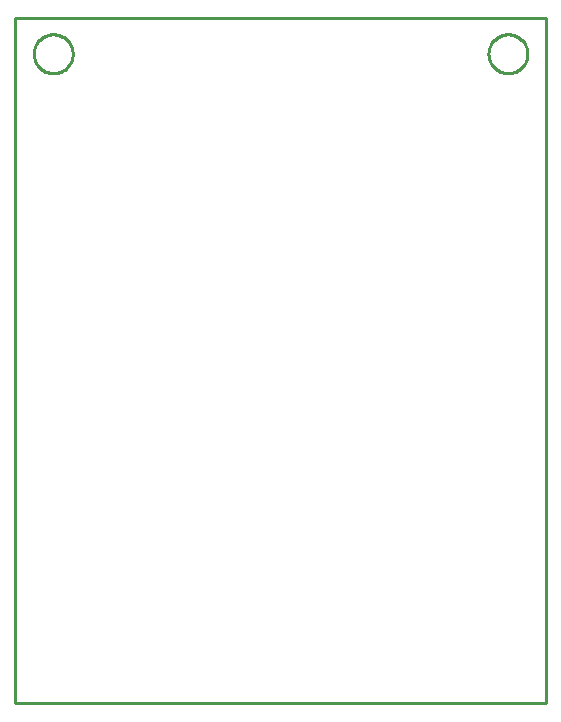
<source format=gko>
G04 EAGLE Gerber RS-274X export*
G75*
%MOMM*%
%FSLAX34Y34*%
%LPD*%
%INBoard Outline*%
%IPPOS*%
%AMOC8*
5,1,8,0,0,1.08239X$1,22.5*%
G01*
%ADD10C,0.127000*%
%ADD11C,0.000000*%
%ADD12C,0.254000*%


D10*
X0Y0D02*
X450000Y0D01*
X450000Y580000D01*
X0Y580000D01*
X0Y0D01*
D11*
X401000Y549925D02*
X401005Y550330D01*
X401020Y550735D01*
X401045Y551139D01*
X401079Y551542D01*
X401124Y551945D01*
X401179Y552346D01*
X401243Y552746D01*
X401317Y553144D01*
X401401Y553540D01*
X401494Y553934D01*
X401598Y554326D01*
X401710Y554715D01*
X401833Y555101D01*
X401965Y555484D01*
X402106Y555863D01*
X402256Y556239D01*
X402416Y556611D01*
X402584Y556980D01*
X402762Y557344D01*
X402948Y557703D01*
X403144Y558058D01*
X403347Y558408D01*
X403560Y558752D01*
X403781Y559092D01*
X404010Y559426D01*
X404247Y559754D01*
X404492Y560076D01*
X404745Y560392D01*
X405006Y560702D01*
X405274Y561006D01*
X405550Y561302D01*
X405833Y561592D01*
X406123Y561875D01*
X406419Y562151D01*
X406723Y562419D01*
X407033Y562680D01*
X407349Y562933D01*
X407671Y563178D01*
X407999Y563415D01*
X408333Y563644D01*
X408673Y563865D01*
X409017Y564078D01*
X409367Y564281D01*
X409722Y564477D01*
X410081Y564663D01*
X410445Y564841D01*
X410814Y565009D01*
X411186Y565169D01*
X411562Y565319D01*
X411941Y565460D01*
X412324Y565592D01*
X412710Y565715D01*
X413099Y565827D01*
X413491Y565931D01*
X413885Y566024D01*
X414281Y566108D01*
X414679Y566182D01*
X415079Y566246D01*
X415480Y566301D01*
X415883Y566346D01*
X416286Y566380D01*
X416690Y566405D01*
X417095Y566420D01*
X417500Y566425D01*
X417905Y566420D01*
X418310Y566405D01*
X418714Y566380D01*
X419117Y566346D01*
X419520Y566301D01*
X419921Y566246D01*
X420321Y566182D01*
X420719Y566108D01*
X421115Y566024D01*
X421509Y565931D01*
X421901Y565827D01*
X422290Y565715D01*
X422676Y565592D01*
X423059Y565460D01*
X423438Y565319D01*
X423814Y565169D01*
X424186Y565009D01*
X424555Y564841D01*
X424919Y564663D01*
X425278Y564477D01*
X425633Y564281D01*
X425983Y564078D01*
X426327Y563865D01*
X426667Y563644D01*
X427001Y563415D01*
X427329Y563178D01*
X427651Y562933D01*
X427967Y562680D01*
X428277Y562419D01*
X428581Y562151D01*
X428877Y561875D01*
X429167Y561592D01*
X429450Y561302D01*
X429726Y561006D01*
X429994Y560702D01*
X430255Y560392D01*
X430508Y560076D01*
X430753Y559754D01*
X430990Y559426D01*
X431219Y559092D01*
X431440Y558752D01*
X431653Y558408D01*
X431856Y558058D01*
X432052Y557703D01*
X432238Y557344D01*
X432416Y556980D01*
X432584Y556611D01*
X432744Y556239D01*
X432894Y555863D01*
X433035Y555484D01*
X433167Y555101D01*
X433290Y554715D01*
X433402Y554326D01*
X433506Y553934D01*
X433599Y553540D01*
X433683Y553144D01*
X433757Y552746D01*
X433821Y552346D01*
X433876Y551945D01*
X433921Y551542D01*
X433955Y551139D01*
X433980Y550735D01*
X433995Y550330D01*
X434000Y549925D01*
X433995Y549520D01*
X433980Y549115D01*
X433955Y548711D01*
X433921Y548308D01*
X433876Y547905D01*
X433821Y547504D01*
X433757Y547104D01*
X433683Y546706D01*
X433599Y546310D01*
X433506Y545916D01*
X433402Y545524D01*
X433290Y545135D01*
X433167Y544749D01*
X433035Y544366D01*
X432894Y543987D01*
X432744Y543611D01*
X432584Y543239D01*
X432416Y542870D01*
X432238Y542506D01*
X432052Y542147D01*
X431856Y541792D01*
X431653Y541442D01*
X431440Y541098D01*
X431219Y540758D01*
X430990Y540424D01*
X430753Y540096D01*
X430508Y539774D01*
X430255Y539458D01*
X429994Y539148D01*
X429726Y538844D01*
X429450Y538548D01*
X429167Y538258D01*
X428877Y537975D01*
X428581Y537699D01*
X428277Y537431D01*
X427967Y537170D01*
X427651Y536917D01*
X427329Y536672D01*
X427001Y536435D01*
X426667Y536206D01*
X426327Y535985D01*
X425983Y535772D01*
X425633Y535569D01*
X425278Y535373D01*
X424919Y535187D01*
X424555Y535009D01*
X424186Y534841D01*
X423814Y534681D01*
X423438Y534531D01*
X423059Y534390D01*
X422676Y534258D01*
X422290Y534135D01*
X421901Y534023D01*
X421509Y533919D01*
X421115Y533826D01*
X420719Y533742D01*
X420321Y533668D01*
X419921Y533604D01*
X419520Y533549D01*
X419117Y533504D01*
X418714Y533470D01*
X418310Y533445D01*
X417905Y533430D01*
X417500Y533425D01*
X417095Y533430D01*
X416690Y533445D01*
X416286Y533470D01*
X415883Y533504D01*
X415480Y533549D01*
X415079Y533604D01*
X414679Y533668D01*
X414281Y533742D01*
X413885Y533826D01*
X413491Y533919D01*
X413099Y534023D01*
X412710Y534135D01*
X412324Y534258D01*
X411941Y534390D01*
X411562Y534531D01*
X411186Y534681D01*
X410814Y534841D01*
X410445Y535009D01*
X410081Y535187D01*
X409722Y535373D01*
X409367Y535569D01*
X409017Y535772D01*
X408673Y535985D01*
X408333Y536206D01*
X407999Y536435D01*
X407671Y536672D01*
X407349Y536917D01*
X407033Y537170D01*
X406723Y537431D01*
X406419Y537699D01*
X406123Y537975D01*
X405833Y538258D01*
X405550Y538548D01*
X405274Y538844D01*
X405006Y539148D01*
X404745Y539458D01*
X404492Y539774D01*
X404247Y540096D01*
X404010Y540424D01*
X403781Y540758D01*
X403560Y541098D01*
X403347Y541442D01*
X403144Y541792D01*
X402948Y542147D01*
X402762Y542506D01*
X402584Y542870D01*
X402416Y543239D01*
X402256Y543611D01*
X402106Y543987D01*
X401965Y544366D01*
X401833Y544749D01*
X401710Y545135D01*
X401598Y545524D01*
X401494Y545916D01*
X401401Y546310D01*
X401317Y546706D01*
X401243Y547104D01*
X401179Y547504D01*
X401124Y547905D01*
X401079Y548308D01*
X401045Y548711D01*
X401020Y549115D01*
X401005Y549520D01*
X401000Y549925D01*
X16000Y549925D02*
X16005Y550330D01*
X16020Y550735D01*
X16045Y551139D01*
X16079Y551542D01*
X16124Y551945D01*
X16179Y552346D01*
X16243Y552746D01*
X16317Y553144D01*
X16401Y553540D01*
X16494Y553934D01*
X16598Y554326D01*
X16710Y554715D01*
X16833Y555101D01*
X16965Y555484D01*
X17106Y555863D01*
X17256Y556239D01*
X17416Y556611D01*
X17584Y556980D01*
X17762Y557344D01*
X17948Y557703D01*
X18144Y558058D01*
X18347Y558408D01*
X18560Y558752D01*
X18781Y559092D01*
X19010Y559426D01*
X19247Y559754D01*
X19492Y560076D01*
X19745Y560392D01*
X20006Y560702D01*
X20274Y561006D01*
X20550Y561302D01*
X20833Y561592D01*
X21123Y561875D01*
X21419Y562151D01*
X21723Y562419D01*
X22033Y562680D01*
X22349Y562933D01*
X22671Y563178D01*
X22999Y563415D01*
X23333Y563644D01*
X23673Y563865D01*
X24017Y564078D01*
X24367Y564281D01*
X24722Y564477D01*
X25081Y564663D01*
X25445Y564841D01*
X25814Y565009D01*
X26186Y565169D01*
X26562Y565319D01*
X26941Y565460D01*
X27324Y565592D01*
X27710Y565715D01*
X28099Y565827D01*
X28491Y565931D01*
X28885Y566024D01*
X29281Y566108D01*
X29679Y566182D01*
X30079Y566246D01*
X30480Y566301D01*
X30883Y566346D01*
X31286Y566380D01*
X31690Y566405D01*
X32095Y566420D01*
X32500Y566425D01*
X32905Y566420D01*
X33310Y566405D01*
X33714Y566380D01*
X34117Y566346D01*
X34520Y566301D01*
X34921Y566246D01*
X35321Y566182D01*
X35719Y566108D01*
X36115Y566024D01*
X36509Y565931D01*
X36901Y565827D01*
X37290Y565715D01*
X37676Y565592D01*
X38059Y565460D01*
X38438Y565319D01*
X38814Y565169D01*
X39186Y565009D01*
X39555Y564841D01*
X39919Y564663D01*
X40278Y564477D01*
X40633Y564281D01*
X40983Y564078D01*
X41327Y563865D01*
X41667Y563644D01*
X42001Y563415D01*
X42329Y563178D01*
X42651Y562933D01*
X42967Y562680D01*
X43277Y562419D01*
X43581Y562151D01*
X43877Y561875D01*
X44167Y561592D01*
X44450Y561302D01*
X44726Y561006D01*
X44994Y560702D01*
X45255Y560392D01*
X45508Y560076D01*
X45753Y559754D01*
X45990Y559426D01*
X46219Y559092D01*
X46440Y558752D01*
X46653Y558408D01*
X46856Y558058D01*
X47052Y557703D01*
X47238Y557344D01*
X47416Y556980D01*
X47584Y556611D01*
X47744Y556239D01*
X47894Y555863D01*
X48035Y555484D01*
X48167Y555101D01*
X48290Y554715D01*
X48402Y554326D01*
X48506Y553934D01*
X48599Y553540D01*
X48683Y553144D01*
X48757Y552746D01*
X48821Y552346D01*
X48876Y551945D01*
X48921Y551542D01*
X48955Y551139D01*
X48980Y550735D01*
X48995Y550330D01*
X49000Y549925D01*
X48995Y549520D01*
X48980Y549115D01*
X48955Y548711D01*
X48921Y548308D01*
X48876Y547905D01*
X48821Y547504D01*
X48757Y547104D01*
X48683Y546706D01*
X48599Y546310D01*
X48506Y545916D01*
X48402Y545524D01*
X48290Y545135D01*
X48167Y544749D01*
X48035Y544366D01*
X47894Y543987D01*
X47744Y543611D01*
X47584Y543239D01*
X47416Y542870D01*
X47238Y542506D01*
X47052Y542147D01*
X46856Y541792D01*
X46653Y541442D01*
X46440Y541098D01*
X46219Y540758D01*
X45990Y540424D01*
X45753Y540096D01*
X45508Y539774D01*
X45255Y539458D01*
X44994Y539148D01*
X44726Y538844D01*
X44450Y538548D01*
X44167Y538258D01*
X43877Y537975D01*
X43581Y537699D01*
X43277Y537431D01*
X42967Y537170D01*
X42651Y536917D01*
X42329Y536672D01*
X42001Y536435D01*
X41667Y536206D01*
X41327Y535985D01*
X40983Y535772D01*
X40633Y535569D01*
X40278Y535373D01*
X39919Y535187D01*
X39555Y535009D01*
X39186Y534841D01*
X38814Y534681D01*
X38438Y534531D01*
X38059Y534390D01*
X37676Y534258D01*
X37290Y534135D01*
X36901Y534023D01*
X36509Y533919D01*
X36115Y533826D01*
X35719Y533742D01*
X35321Y533668D01*
X34921Y533604D01*
X34520Y533549D01*
X34117Y533504D01*
X33714Y533470D01*
X33310Y533445D01*
X32905Y533430D01*
X32500Y533425D01*
X32095Y533430D01*
X31690Y533445D01*
X31286Y533470D01*
X30883Y533504D01*
X30480Y533549D01*
X30079Y533604D01*
X29679Y533668D01*
X29281Y533742D01*
X28885Y533826D01*
X28491Y533919D01*
X28099Y534023D01*
X27710Y534135D01*
X27324Y534258D01*
X26941Y534390D01*
X26562Y534531D01*
X26186Y534681D01*
X25814Y534841D01*
X25445Y535009D01*
X25081Y535187D01*
X24722Y535373D01*
X24367Y535569D01*
X24017Y535772D01*
X23673Y535985D01*
X23333Y536206D01*
X22999Y536435D01*
X22671Y536672D01*
X22349Y536917D01*
X22033Y537170D01*
X21723Y537431D01*
X21419Y537699D01*
X21123Y537975D01*
X20833Y538258D01*
X20550Y538548D01*
X20274Y538844D01*
X20006Y539148D01*
X19745Y539458D01*
X19492Y539774D01*
X19247Y540096D01*
X19010Y540424D01*
X18781Y540758D01*
X18560Y541098D01*
X18347Y541442D01*
X18144Y541792D01*
X17948Y542147D01*
X17762Y542506D01*
X17584Y542870D01*
X17416Y543239D01*
X17256Y543611D01*
X17106Y543987D01*
X16965Y544366D01*
X16833Y544749D01*
X16710Y545135D01*
X16598Y545524D01*
X16494Y545916D01*
X16401Y546310D01*
X16317Y546706D01*
X16243Y547104D01*
X16179Y547504D01*
X16124Y547905D01*
X16079Y548308D01*
X16045Y548711D01*
X16020Y549115D01*
X16005Y549520D01*
X16000Y549925D01*
D12*
X0Y0D02*
X450000Y0D01*
X450000Y580000D01*
X0Y580000D01*
X0Y0D01*
X401000Y550465D02*
X401071Y551543D01*
X401212Y552614D01*
X401422Y553674D01*
X401702Y554717D01*
X402049Y555740D01*
X402463Y556738D01*
X402941Y557707D01*
X403481Y558643D01*
X404081Y559541D01*
X404739Y560398D01*
X405451Y561210D01*
X406215Y561974D01*
X407027Y562687D01*
X407884Y563344D01*
X408782Y563944D01*
X409718Y564485D01*
X410687Y564962D01*
X411685Y565376D01*
X412708Y565723D01*
X413751Y566003D01*
X414811Y566213D01*
X415882Y566354D01*
X416960Y566425D01*
X418040Y566425D01*
X419118Y566354D01*
X420189Y566213D01*
X421249Y566003D01*
X422292Y565723D01*
X423315Y565376D01*
X424313Y564962D01*
X425282Y564485D01*
X426218Y563944D01*
X427116Y563344D01*
X427973Y562687D01*
X428785Y561974D01*
X429549Y561210D01*
X430262Y560398D01*
X430919Y559541D01*
X431519Y558643D01*
X432060Y557707D01*
X432537Y556738D01*
X432951Y555740D01*
X433298Y554717D01*
X433578Y553674D01*
X433788Y552614D01*
X433929Y551543D01*
X434000Y550465D01*
X434000Y549385D01*
X433929Y548307D01*
X433788Y547236D01*
X433578Y546176D01*
X433298Y545133D01*
X432951Y544110D01*
X432537Y543112D01*
X432060Y542143D01*
X431519Y541207D01*
X430919Y540309D01*
X430262Y539452D01*
X429549Y538640D01*
X428785Y537876D01*
X427973Y537164D01*
X427116Y536506D01*
X426218Y535906D01*
X425282Y535366D01*
X424313Y534888D01*
X423315Y534474D01*
X422292Y534127D01*
X421249Y533847D01*
X420189Y533637D01*
X419118Y533496D01*
X418040Y533425D01*
X416960Y533425D01*
X415882Y533496D01*
X414811Y533637D01*
X413751Y533847D01*
X412708Y534127D01*
X411685Y534474D01*
X410687Y534888D01*
X409718Y535366D01*
X408782Y535906D01*
X407884Y536506D01*
X407027Y537164D01*
X406215Y537876D01*
X405451Y538640D01*
X404739Y539452D01*
X404081Y540309D01*
X403481Y541207D01*
X402941Y542143D01*
X402463Y543112D01*
X402049Y544110D01*
X401702Y545133D01*
X401422Y546176D01*
X401212Y547236D01*
X401071Y548307D01*
X401000Y549385D01*
X401000Y550465D01*
X16000Y550465D02*
X16071Y551543D01*
X16212Y552614D01*
X16422Y553674D01*
X16702Y554717D01*
X17049Y555740D01*
X17463Y556738D01*
X17941Y557707D01*
X18481Y558643D01*
X19081Y559541D01*
X19739Y560398D01*
X20451Y561210D01*
X21215Y561974D01*
X22027Y562687D01*
X22884Y563344D01*
X23782Y563944D01*
X24718Y564485D01*
X25687Y564962D01*
X26685Y565376D01*
X27708Y565723D01*
X28751Y566003D01*
X29811Y566213D01*
X30882Y566354D01*
X31960Y566425D01*
X33040Y566425D01*
X34118Y566354D01*
X35189Y566213D01*
X36249Y566003D01*
X37292Y565723D01*
X38315Y565376D01*
X39313Y564962D01*
X40282Y564485D01*
X41218Y563944D01*
X42116Y563344D01*
X42973Y562687D01*
X43785Y561974D01*
X44549Y561210D01*
X45262Y560398D01*
X45919Y559541D01*
X46519Y558643D01*
X47060Y557707D01*
X47537Y556738D01*
X47951Y555740D01*
X48298Y554717D01*
X48578Y553674D01*
X48788Y552614D01*
X48929Y551543D01*
X49000Y550465D01*
X49000Y549385D01*
X48929Y548307D01*
X48788Y547236D01*
X48578Y546176D01*
X48298Y545133D01*
X47951Y544110D01*
X47537Y543112D01*
X47060Y542143D01*
X46519Y541207D01*
X45919Y540309D01*
X45262Y539452D01*
X44549Y538640D01*
X43785Y537876D01*
X42973Y537164D01*
X42116Y536506D01*
X41218Y535906D01*
X40282Y535366D01*
X39313Y534888D01*
X38315Y534474D01*
X37292Y534127D01*
X36249Y533847D01*
X35189Y533637D01*
X34118Y533496D01*
X33040Y533425D01*
X31960Y533425D01*
X30882Y533496D01*
X29811Y533637D01*
X28751Y533847D01*
X27708Y534127D01*
X26685Y534474D01*
X25687Y534888D01*
X24718Y535366D01*
X23782Y535906D01*
X22884Y536506D01*
X22027Y537164D01*
X21215Y537876D01*
X20451Y538640D01*
X19739Y539452D01*
X19081Y540309D01*
X18481Y541207D01*
X17941Y542143D01*
X17463Y543112D01*
X17049Y544110D01*
X16702Y545133D01*
X16422Y546176D01*
X16212Y547236D01*
X16071Y548307D01*
X16000Y549385D01*
X16000Y550465D01*
M02*

</source>
